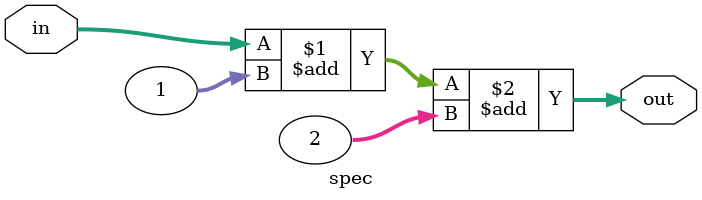
<source format=sv>

module spec (input logic [127:0] in,
	     output wire [127:0] out);

   // This is a horrible corner case for the preprocessor.  What does
   // a line continuation expand to?  If it expands to a newline, then
   // this shouldn't work.  But if it expands to a space or nothing or
   // something like that, then this should be fine and we should get
   // that out = in + 1 + 2.

   `define foo 1 \
     + 2
   `define goo `foo

   assign out = in + `goo;

   initial begin
      $display("Foo is %d", `foo);
      $display("Goo is %d", `goo);
   end

endmodule

</source>
